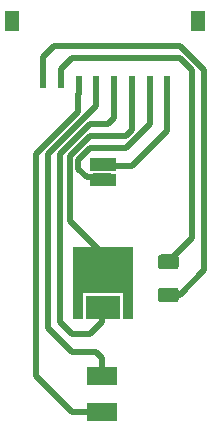
<source format=gbr>
G04 #@! TF.GenerationSoftware,KiCad,Pcbnew,5.0.0-fee4fd1~66~ubuntu16.04.1*
G04 #@! TF.CreationDate,2018-09-26T17:40:44-07:00*
G04 #@! TF.ProjectId,Fullspectrum_LED_PCB,46756C6C737065637472756D5F4C4544,rev?*
G04 #@! TF.SameCoordinates,Original*
G04 #@! TF.FileFunction,Copper,L1,Top,Signal*
G04 #@! TF.FilePolarity,Positive*
%FSLAX46Y46*%
G04 Gerber Fmt 4.6, Leading zero omitted, Abs format (unit mm)*
G04 Created by KiCad (PCBNEW 5.0.0-fee4fd1~66~ubuntu16.04.1) date Wed Sep 26 17:40:44 2018*
%MOMM*%
%LPD*%
G01*
G04 APERTURE LIST*
G04 #@! TA.AperFunction,EtchedComponent*
%ADD10C,0.010000*%
G04 #@! TD*
G04 #@! TA.AperFunction,SMDPad,CuDef*
%ADD11R,0.600000X1.000000*%
G04 #@! TD*
G04 #@! TA.AperFunction,SMDPad,CuDef*
%ADD12R,1.250000X1.800000*%
G04 #@! TD*
G04 #@! TA.AperFunction,Conductor*
%ADD13C,0.100000*%
G04 #@! TD*
G04 #@! TA.AperFunction,SMDPad,CuDef*
%ADD14C,1.250000*%
G04 #@! TD*
G04 #@! TA.AperFunction,SMDPad,CuDef*
%ADD15R,1.600000X0.650000*%
G04 #@! TD*
G04 #@! TA.AperFunction,SMDPad,CuDef*
%ADD16R,2.800000X1.000000*%
G04 #@! TD*
G04 #@! TA.AperFunction,SMDPad,CuDef*
%ADD17R,0.700000X1.450000*%
G04 #@! TD*
G04 #@! TA.AperFunction,SMDPad,CuDef*
%ADD18R,2.800000X0.550000*%
G04 #@! TD*
G04 #@! TA.AperFunction,SMDPad,CuDef*
%ADD19R,2.600000X1.500000*%
G04 #@! TD*
G04 #@! TA.AperFunction,Conductor*
%ADD20C,0.500000*%
G04 #@! TD*
G04 APERTURE END LIST*
D10*
G04 #@! TO.C,D1*
G36*
X60486000Y-30838000D02*
X58386000Y-30838000D01*
X58386000Y-29838000D01*
X60486000Y-29838000D01*
X60486000Y-30838000D01*
G37*
X60486000Y-30838000D02*
X58386000Y-30838000D01*
X58386000Y-29838000D01*
X60486000Y-29838000D01*
X60486000Y-30838000D01*
G36*
X58386000Y-31138000D02*
X60486000Y-31138000D01*
X60486000Y-32138000D01*
X58386000Y-32138000D01*
X58386000Y-31138000D01*
G37*
X58386000Y-31138000D02*
X60486000Y-31138000D01*
X60486000Y-32138000D01*
X58386000Y-32138000D01*
X58386000Y-31138000D01*
G04 #@! TO.C,D2*
G36*
X60836000Y-41540000D02*
X60836000Y-43340000D01*
X58036000Y-43340000D01*
X58036000Y-41540000D01*
X60836000Y-41540000D01*
G37*
X60836000Y-41540000D02*
X60836000Y-43340000D01*
X58036000Y-43340000D01*
X58036000Y-41540000D01*
X60836000Y-41540000D01*
G36*
X61186000Y-43390000D02*
X61936000Y-43390000D01*
X61936000Y-37390000D01*
X56936000Y-37390000D01*
X56936000Y-43390000D01*
X57686000Y-43390000D01*
X57686000Y-41140000D01*
X61186000Y-41140000D01*
X61186000Y-43390000D01*
G37*
X61186000Y-43390000D02*
X61936000Y-43390000D01*
X61936000Y-37390000D01*
X56936000Y-37390000D01*
X56936000Y-43390000D01*
X57686000Y-43390000D01*
X57686000Y-41140000D01*
X61186000Y-41140000D01*
X61186000Y-43390000D01*
G04 #@! TD*
D11*
G04 #@! TO.P,J1,1*
G04 #@! TO.N,Net-(J1-Pad1)*
X54440000Y-23369000D03*
G04 #@! TO.P,J1,2*
G04 #@! TO.N,Net-(J1-Pad2)*
X55940000Y-23369000D03*
G04 #@! TO.P,J1,3*
G04 #@! TO.N,Net-(D3-Pad2)*
X57440000Y-23369000D03*
G04 #@! TO.P,J1,4*
G04 #@! TO.N,Net-(D3-Pad1)*
X58940000Y-23369000D03*
G04 #@! TO.P,J1,5*
G04 #@! TO.N,Net-(D2-Pad2)*
X60440000Y-23369000D03*
G04 #@! TO.P,J1,6*
G04 #@! TO.N,Net-(D2-Pad1)*
X61940000Y-23369000D03*
G04 #@! TO.P,J1,7*
G04 #@! TO.N,Net-(D1-Pad2)*
X63440000Y-23369000D03*
G04 #@! TO.P,J1,8*
G04 #@! TO.N,Net-(D1-Pad1)*
X64940000Y-23369000D03*
D12*
G04 #@! TO.P,J1,MP*
G04 #@! TO.N,N/C*
X51835000Y-18179000D03*
X67545000Y-18179000D03*
G04 #@! TD*
D13*
G04 #@! TO.N,Net-(J1-Pad1)*
G04 #@! TO.C,TH1*
G36*
X65673504Y-40784204D02*
X65697773Y-40787804D01*
X65721571Y-40793765D01*
X65744671Y-40802030D01*
X65766849Y-40812520D01*
X65787893Y-40825133D01*
X65807598Y-40839747D01*
X65825777Y-40856223D01*
X65842253Y-40874402D01*
X65856867Y-40894107D01*
X65869480Y-40915151D01*
X65879970Y-40937329D01*
X65888235Y-40960429D01*
X65894196Y-40984227D01*
X65897796Y-41008496D01*
X65899000Y-41033000D01*
X65899000Y-41783000D01*
X65897796Y-41807504D01*
X65894196Y-41831773D01*
X65888235Y-41855571D01*
X65879970Y-41878671D01*
X65869480Y-41900849D01*
X65856867Y-41921893D01*
X65842253Y-41941598D01*
X65825777Y-41959777D01*
X65807598Y-41976253D01*
X65787893Y-41990867D01*
X65766849Y-42003480D01*
X65744671Y-42013970D01*
X65721571Y-42022235D01*
X65697773Y-42028196D01*
X65673504Y-42031796D01*
X65649000Y-42033000D01*
X64399000Y-42033000D01*
X64374496Y-42031796D01*
X64350227Y-42028196D01*
X64326429Y-42022235D01*
X64303329Y-42013970D01*
X64281151Y-42003480D01*
X64260107Y-41990867D01*
X64240402Y-41976253D01*
X64222223Y-41959777D01*
X64205747Y-41941598D01*
X64191133Y-41921893D01*
X64178520Y-41900849D01*
X64168030Y-41878671D01*
X64159765Y-41855571D01*
X64153804Y-41831773D01*
X64150204Y-41807504D01*
X64149000Y-41783000D01*
X64149000Y-41033000D01*
X64150204Y-41008496D01*
X64153804Y-40984227D01*
X64159765Y-40960429D01*
X64168030Y-40937329D01*
X64178520Y-40915151D01*
X64191133Y-40894107D01*
X64205747Y-40874402D01*
X64222223Y-40856223D01*
X64240402Y-40839747D01*
X64260107Y-40825133D01*
X64281151Y-40812520D01*
X64303329Y-40802030D01*
X64326429Y-40793765D01*
X64350227Y-40787804D01*
X64374496Y-40784204D01*
X64399000Y-40783000D01*
X65649000Y-40783000D01*
X65673504Y-40784204D01*
X65673504Y-40784204D01*
G37*
D14*
G04 #@! TD*
G04 #@! TO.P,TH1,1*
G04 #@! TO.N,Net-(J1-Pad1)*
X65024000Y-41408000D03*
D13*
G04 #@! TO.N,Net-(J1-Pad2)*
G04 #@! TO.C,TH1*
G36*
X65673504Y-37984204D02*
X65697773Y-37987804D01*
X65721571Y-37993765D01*
X65744671Y-38002030D01*
X65766849Y-38012520D01*
X65787893Y-38025133D01*
X65807598Y-38039747D01*
X65825777Y-38056223D01*
X65842253Y-38074402D01*
X65856867Y-38094107D01*
X65869480Y-38115151D01*
X65879970Y-38137329D01*
X65888235Y-38160429D01*
X65894196Y-38184227D01*
X65897796Y-38208496D01*
X65899000Y-38233000D01*
X65899000Y-38983000D01*
X65897796Y-39007504D01*
X65894196Y-39031773D01*
X65888235Y-39055571D01*
X65879970Y-39078671D01*
X65869480Y-39100849D01*
X65856867Y-39121893D01*
X65842253Y-39141598D01*
X65825777Y-39159777D01*
X65807598Y-39176253D01*
X65787893Y-39190867D01*
X65766849Y-39203480D01*
X65744671Y-39213970D01*
X65721571Y-39222235D01*
X65697773Y-39228196D01*
X65673504Y-39231796D01*
X65649000Y-39233000D01*
X64399000Y-39233000D01*
X64374496Y-39231796D01*
X64350227Y-39228196D01*
X64326429Y-39222235D01*
X64303329Y-39213970D01*
X64281151Y-39203480D01*
X64260107Y-39190867D01*
X64240402Y-39176253D01*
X64222223Y-39159777D01*
X64205747Y-39141598D01*
X64191133Y-39121893D01*
X64178520Y-39100849D01*
X64168030Y-39078671D01*
X64159765Y-39055571D01*
X64153804Y-39031773D01*
X64150204Y-39007504D01*
X64149000Y-38983000D01*
X64149000Y-38233000D01*
X64150204Y-38208496D01*
X64153804Y-38184227D01*
X64159765Y-38160429D01*
X64168030Y-38137329D01*
X64178520Y-38115151D01*
X64191133Y-38094107D01*
X64205747Y-38074402D01*
X64222223Y-38056223D01*
X64240402Y-38039747D01*
X64260107Y-38025133D01*
X64281151Y-38012520D01*
X64303329Y-38002030D01*
X64326429Y-37993765D01*
X64350227Y-37987804D01*
X64374496Y-37984204D01*
X64399000Y-37983000D01*
X65649000Y-37983000D01*
X65673504Y-37984204D01*
X65673504Y-37984204D01*
G37*
D14*
G04 #@! TD*
G04 #@! TO.P,TH1,2*
G04 #@! TO.N,Net-(J1-Pad2)*
X65024000Y-38608000D03*
D15*
G04 #@! TO.P,D1,1*
G04 #@! TO.N,Net-(D1-Pad1)*
X59436000Y-30513000D03*
G04 #@! TO.P,D1,2*
G04 #@! TO.N,Net-(D1-Pad2)*
X59436000Y-31463000D03*
G04 #@! TD*
D16*
G04 #@! TO.P,D2,1*
G04 #@! TO.N,Net-(D2-Pad1)*
X59436000Y-40640000D03*
D17*
X59436000Y-39065000D03*
D18*
X59436000Y-39520000D03*
G04 #@! TO.P,D2,2*
G04 #@! TO.N,Net-(D2-Pad2)*
X59436000Y-41760000D03*
D17*
X59436000Y-42215000D03*
G04 #@! TD*
D19*
G04 #@! TO.P,D3,1*
G04 #@! TO.N,Net-(D3-Pad1)*
X59436000Y-48308000D03*
G04 #@! TO.P,D3,2*
G04 #@! TO.N,Net-(D3-Pad2)*
X59436000Y-51308000D03*
G04 #@! TD*
D20*
G04 #@! TO.N,Net-(D1-Pad1)*
X64940000Y-23369000D02*
X64940000Y-27516000D01*
X61943000Y-30513000D02*
X59436000Y-30513000D01*
X64940000Y-27516000D02*
X61943000Y-30513000D01*
G04 #@! TO.N,Net-(D1-Pad2)*
X58136000Y-31463000D02*
X59436000Y-31463000D01*
X57404000Y-29972000D02*
X57404000Y-30731000D01*
X61441962Y-28956000D02*
X58420000Y-28956000D01*
X58420000Y-28956000D02*
X57404000Y-29972000D01*
X63440000Y-23369000D02*
X63440000Y-24369000D01*
X57404000Y-30731000D02*
X58136000Y-31463000D01*
X63500000Y-24429000D02*
X63500000Y-26897962D01*
X63440000Y-24369000D02*
X63500000Y-24429000D01*
X63500000Y-26897962D02*
X61441962Y-28956000D01*
G04 #@! TO.N,Net-(D2-Pad1)*
X59436000Y-37840000D02*
X56703990Y-35107990D01*
X56703990Y-35107990D02*
X56703990Y-29656010D01*
X59436000Y-39065000D02*
X59436000Y-37840000D01*
X56703990Y-29656010D02*
X58420000Y-27940000D01*
X58420000Y-27940000D02*
X61468000Y-27940000D01*
X61940000Y-27468000D02*
X61940000Y-23369000D01*
X61468000Y-27940000D02*
X61940000Y-27468000D01*
G04 #@! TO.N,Net-(D2-Pad2)*
X58420000Y-44704000D02*
X59436000Y-43688000D01*
X56896000Y-44704000D02*
X58420000Y-44704000D01*
X55880000Y-43688000D02*
X56896000Y-44704000D01*
X55880000Y-29464000D02*
X55880000Y-43688000D01*
X60440000Y-23369000D02*
X60440000Y-26428000D01*
X60440000Y-26428000D02*
X59944000Y-26924000D01*
X59944000Y-26924000D02*
X58420000Y-26924000D01*
X59436000Y-43688000D02*
X59436000Y-42215000D01*
X58420000Y-26924000D02*
X55880000Y-29464000D01*
G04 #@! TO.N,Net-(D3-Pad1)*
X59436000Y-46736000D02*
X59436000Y-48308000D01*
X58928000Y-46228000D02*
X59436000Y-46736000D01*
X58940000Y-23369000D02*
X58940000Y-25388000D01*
X56896000Y-46228000D02*
X58928000Y-46228000D01*
X54864000Y-29464000D02*
X54864000Y-44196000D01*
X58940000Y-25388000D02*
X54864000Y-29464000D01*
X54864000Y-44196000D02*
X56896000Y-46228000D01*
G04 #@! TO.N,Net-(D3-Pad2)*
X56896000Y-51308000D02*
X59436000Y-51308000D01*
X53848000Y-48260000D02*
X56896000Y-51308000D01*
X57440000Y-23369000D02*
X57440000Y-24369000D01*
X53848000Y-29464000D02*
X53848000Y-48260000D01*
X57440000Y-24369000D02*
X57404000Y-24405000D01*
X57404000Y-24405000D02*
X57404000Y-25908000D01*
X57404000Y-25908000D02*
X53848000Y-29464000D01*
G04 #@! TO.N,Net-(J1-Pad1)*
X55372000Y-20320000D02*
X54440000Y-21252000D01*
X54440000Y-21252000D02*
X54440000Y-23369000D01*
X66040000Y-20320000D02*
X55372000Y-20320000D01*
X65024000Y-41408000D02*
X65999000Y-41408000D01*
X68072000Y-39335000D02*
X68072000Y-22352000D01*
X65999000Y-41408000D02*
X68072000Y-39335000D01*
X68072000Y-22352000D02*
X66040000Y-20320000D01*
G04 #@! TO.N,Net-(J1-Pad2)*
X56896000Y-21336000D02*
X55940000Y-22292000D01*
X55940000Y-22292000D02*
X55940000Y-23369000D01*
X65024000Y-38608000D02*
X67056000Y-36576000D01*
X67056000Y-36576000D02*
X67056000Y-22352000D01*
X67056000Y-22352000D02*
X66040000Y-21336000D01*
X66040000Y-21336000D02*
X56896000Y-21336000D01*
G04 #@! TD*
M02*

</source>
